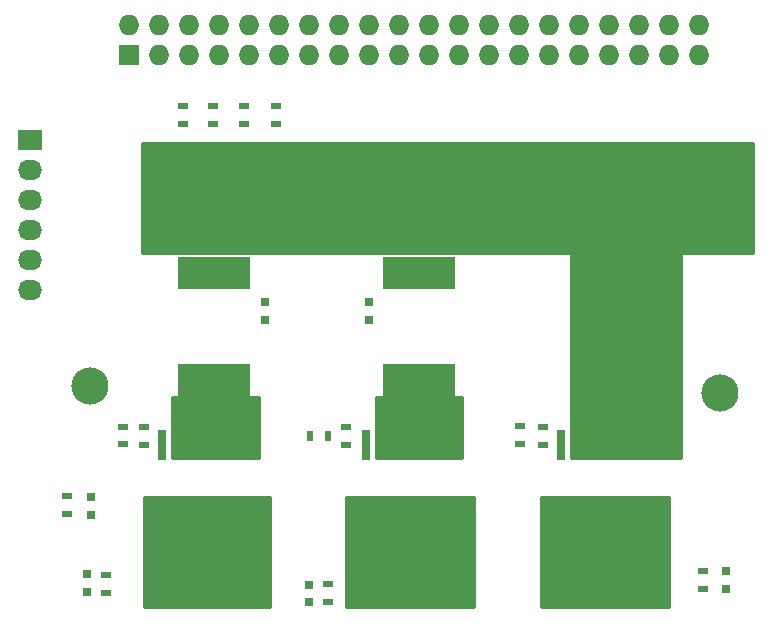
<source format=gbr>
G04 #@! TF.FileFunction,Soldermask,Bot*
%FSLAX46Y46*%
G04 Gerber Fmt 4.6, Leading zero omitted, Abs format (unit mm)*
G04 Created by KiCad (PCBNEW (2015-05-26 BZR 5684)-product) date Wed 21 Oct 2015 04:34:03 PM PDT*
%MOMM*%
G01*
G04 APERTURE LIST*
%ADD10C,0.100000*%
%ADD11C,3.149600*%
%ADD12R,2.032000X1.727200*%
%ADD13O,2.032000X1.727200*%
%ADD14R,1.727200X1.727200*%
%ADD15O,1.727200X1.727200*%
%ADD16R,10.160000X7.620000*%
%ADD17R,0.700000X2.540000*%
%ADD18R,0.900000X0.500000*%
%ADD19R,6.197600X2.692400*%
%ADD20R,0.500000X0.900000*%
%ADD21R,0.750000X0.800000*%
%ADD22C,0.254000*%
G04 APERTURE END LIST*
D10*
D11*
X169926000Y-115951000D03*
X153416000Y-116078000D03*
X136017000Y-115951000D03*
X126238000Y-101727000D03*
X179578000Y-102298000D03*
X178181000Y-85407500D03*
D12*
X121209000Y-80873600D03*
D13*
X121209000Y-83413600D03*
X121209000Y-85953600D03*
X121209000Y-88493600D03*
X121209000Y-91033600D03*
X121209000Y-93573600D03*
D14*
X129540000Y-73660000D03*
D15*
X129540000Y-71120000D03*
X132080000Y-73660000D03*
X132080000Y-71120000D03*
X134620000Y-73660000D03*
X134620000Y-71120000D03*
X137160000Y-73660000D03*
X137160000Y-71120000D03*
X139700000Y-73660000D03*
X139700000Y-71120000D03*
X142240000Y-73660000D03*
X142240000Y-71120000D03*
X144780000Y-73660000D03*
X144780000Y-71120000D03*
X147320000Y-73660000D03*
X147320000Y-71120000D03*
X149860000Y-73660000D03*
X149860000Y-71120000D03*
X152400000Y-73660000D03*
X152400000Y-71120000D03*
X154940000Y-73660000D03*
X154940000Y-71120000D03*
X157480000Y-73660000D03*
X157480000Y-71120000D03*
X160020000Y-73660000D03*
X160020000Y-71120000D03*
X162560000Y-73660000D03*
X162560000Y-71120000D03*
X165100000Y-73660000D03*
X165100000Y-71120000D03*
X167640000Y-73660000D03*
X167640000Y-71120000D03*
X170180000Y-73660000D03*
X170180000Y-71120000D03*
X172720000Y-73660000D03*
X172720000Y-71120000D03*
X175260000Y-73660000D03*
X175260000Y-71120000D03*
X177800000Y-73660000D03*
X177800000Y-71120000D03*
D16*
X169926000Y-116205000D03*
D17*
X166116000Y-106680000D03*
X167386000Y-106680000D03*
X168656000Y-106680000D03*
X171196000Y-106680000D03*
X172466000Y-106680000D03*
X173736000Y-106680000D03*
D16*
X153416000Y-116205000D03*
D17*
X149606000Y-106680000D03*
X150876000Y-106680000D03*
X152146000Y-106680000D03*
X154686000Y-106680000D03*
X155956000Y-106680000D03*
X157226000Y-106680000D03*
D16*
X136144000Y-116205000D03*
D17*
X132334000Y-106680000D03*
X133604000Y-106680000D03*
X134874000Y-106680000D03*
X137414000Y-106680000D03*
X138684000Y-106680000D03*
X139954000Y-106680000D03*
D18*
X139319000Y-79502000D03*
X139319000Y-78002000D03*
X127635000Y-119241000D03*
X127635000Y-117741000D03*
X164592000Y-106668000D03*
X164592000Y-105168000D03*
X162662000Y-105117000D03*
X162662000Y-106617000D03*
X136652000Y-79490000D03*
X136652000Y-77990000D03*
X146431000Y-120003000D03*
X146431000Y-118503000D03*
D19*
X136715500Y-92176600D03*
X136715500Y-101219000D03*
D18*
X134112000Y-79490000D03*
X134112000Y-77990000D03*
X178181000Y-118860000D03*
X178181000Y-117360000D03*
X147955000Y-106668000D03*
X147955000Y-105168000D03*
D20*
X144919000Y-105918000D03*
X146419000Y-105918000D03*
D19*
X154114500Y-92176600D03*
X154114500Y-101219000D03*
D18*
X141986000Y-77990000D03*
X141986000Y-79490000D03*
X124333000Y-112510000D03*
X124333000Y-111010000D03*
X130810000Y-106668000D03*
X130810000Y-105168000D03*
X129032000Y-106656000D03*
X129032000Y-105156000D03*
D21*
X141097000Y-96127000D03*
X141097000Y-94627000D03*
X149860000Y-96127000D03*
X149860000Y-94627000D03*
X125984000Y-119114000D03*
X125984000Y-117614000D03*
X144830800Y-120028400D03*
X144830800Y-118528400D03*
X180086000Y-118860000D03*
X180086000Y-117360000D03*
X126365000Y-112637000D03*
X126365000Y-111137000D03*
D11*
X134493000Y-85344000D03*
D22*
G36*
X141478000Y-120396000D02*
X130810000Y-120396000D01*
X130810000Y-111125000D01*
X141478000Y-111125000D01*
X141478000Y-120396000D01*
X141478000Y-120396000D01*
G37*
X141478000Y-120396000D02*
X130810000Y-120396000D01*
X130810000Y-111125000D01*
X141478000Y-111125000D01*
X141478000Y-120396000D01*
G36*
X158750000Y-120396000D02*
X147955000Y-120396000D01*
X147955000Y-111125000D01*
X158750000Y-111125000D01*
X158750000Y-120396000D01*
X158750000Y-120396000D01*
G37*
X158750000Y-120396000D02*
X147955000Y-120396000D01*
X147955000Y-111125000D01*
X158750000Y-111125000D01*
X158750000Y-120396000D01*
G36*
X175260000Y-120396000D02*
X164465000Y-120396000D01*
X164465000Y-111125000D01*
X175260000Y-111125000D01*
X175260000Y-120396000D01*
X175260000Y-120396000D01*
G37*
X175260000Y-120396000D02*
X164465000Y-120396000D01*
X164465000Y-111125000D01*
X175260000Y-111125000D01*
X175260000Y-120396000D01*
G36*
X182372000Y-90424000D02*
X176403000Y-90424000D01*
X176354399Y-90433667D01*
X176313197Y-90461197D01*
X176285667Y-90502399D01*
X176276000Y-90551000D01*
X176276000Y-107823000D01*
X167005000Y-107823000D01*
X167005000Y-90551000D01*
X166995333Y-90502399D01*
X166967803Y-90461197D01*
X166926601Y-90433667D01*
X166878000Y-90424000D01*
X130683000Y-90424000D01*
X130683000Y-81153000D01*
X182372000Y-81153000D01*
X182372000Y-90424000D01*
X182372000Y-90424000D01*
G37*
X182372000Y-90424000D02*
X176403000Y-90424000D01*
X176354399Y-90433667D01*
X176313197Y-90461197D01*
X176285667Y-90502399D01*
X176276000Y-90551000D01*
X176276000Y-107823000D01*
X167005000Y-107823000D01*
X167005000Y-90551000D01*
X166995333Y-90502399D01*
X166967803Y-90461197D01*
X166926601Y-90433667D01*
X166878000Y-90424000D01*
X130683000Y-90424000D01*
X130683000Y-81153000D01*
X182372000Y-81153000D01*
X182372000Y-90424000D01*
G36*
X140589000Y-107823000D02*
X133223000Y-107823000D01*
X133223000Y-102616000D01*
X140589000Y-102616000D01*
X140589000Y-107823000D01*
X140589000Y-107823000D01*
G37*
X140589000Y-107823000D02*
X133223000Y-107823000D01*
X133223000Y-102616000D01*
X140589000Y-102616000D01*
X140589000Y-107823000D01*
G36*
X157734000Y-107823000D02*
X150495000Y-107823000D01*
X150495000Y-102616000D01*
X157734000Y-102616000D01*
X157734000Y-107823000D01*
X157734000Y-107823000D01*
G37*
X157734000Y-107823000D02*
X150495000Y-107823000D01*
X150495000Y-102616000D01*
X157734000Y-102616000D01*
X157734000Y-107823000D01*
M02*

</source>
